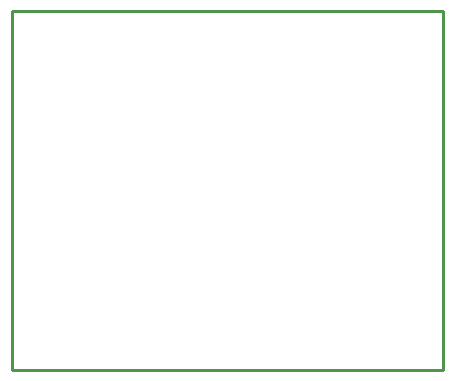
<source format=gbr>
G04 EAGLE Gerber RS-274X export*
G75*
%MOMM*%
%FSLAX34Y34*%
%LPD*%
%IN*%
%IPPOS*%
%AMOC8*
5,1,8,0,0,1.08239X$1,22.5*%
G01*
%ADD10C,0.254000*%


D10*
X12700Y469900D02*
X377700Y469900D01*
X377700Y774600D01*
X12700Y774600D01*
X12700Y469900D01*
M02*

</source>
